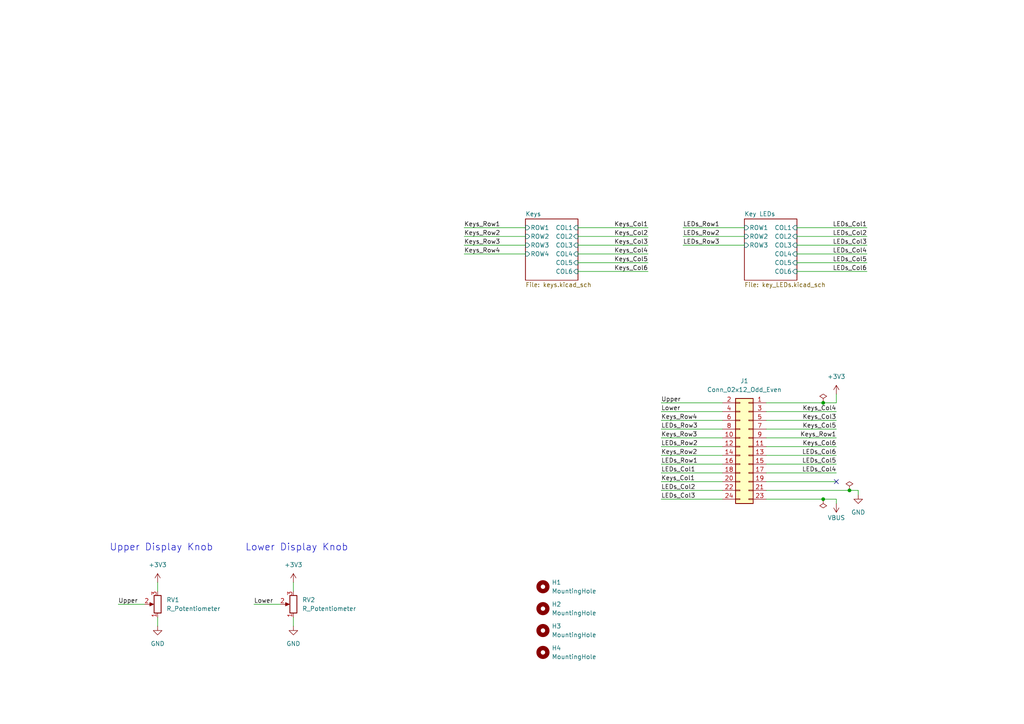
<source format=kicad_sch>
(kicad_sch (version 20231120) (generator "eeschema") (generator_version "8.0")
  (paper "A4")
  (lib_symbols
    (symbol "+3V3_1" (power) (pin_numbers hide) (pin_names (offset 0) hide)
      (property "Value" "+3V3" (at 0 3.556 0))
      (symbol "+3V3_1_0_1"
        (polyline (pts (xy -0.762 1.27) (xy 0 2.54)))
        (polyline (pts (xy 0 0) (xy 0 2.54)))
        (polyline (pts (xy 0 2.54) (xy 0.762 1.27)))
      )
      (symbol "+3V3_1_1_1"
        (pin power_in line (at 0 0 90) (length 0) (name "~") (number "1"))
      )
    )
    (symbol "+3V3_2" (power) (pin_numbers hide) (pin_names (offset 0) hide)
      (property "Value" "+3V3" (at 0 3.556 0))
      (symbol "+3V3_2_0_1"
        (polyline (pts (xy -0.762 1.27) (xy 0 2.54)))
        (polyline (pts (xy 0 0) (xy 0 2.54)))
        (polyline (pts (xy 0 2.54) (xy 0.762 1.27)))
      )
      (symbol "+3V3_2_1_1"
        (pin power_in line (at 0 0 90) (length 0) (name "~") (number "1"))
      )
    )
    (symbol "Connector_Generic:Conn_02x12_Odd_Even" (pin_names (offset 1.016) hide)
      (property "Reference" "J" (at 1.27 15.24 0))
      (property "Value" "Conn_02x12_Odd_Even" (at 1.27 -17.78 0))
      (symbol "Conn_02x12_Odd_Even_1_1"
        (rectangle (start -1.27 -15.113) (end 0 -15.367) (stroke (width 0.1524)))
        (rectangle (start -1.27 -12.573) (end 0 -12.827) (stroke (width 0.1524)))
        (rectangle (start -1.27 -10.033) (end 0 -10.287) (stroke (width 0.1524)))
        (rectangle (start -1.27 -7.493) (end 0 -7.747) (stroke (width 0.1524)))
        (rectangle (start -1.27 -4.953) (end 0 -5.207) (stroke (width 0.1524)))
        (rectangle (start -1.27 -2.413) (end 0 -2.667) (stroke (width 0.1524)))
        (rectangle (start -1.27 0.127) (end 0 -0.127) (stroke (width 0.1524)))
        (rectangle (start -1.27 2.667) (end 0 2.413) (stroke (width 0.1524)))
        (rectangle (start -1.27 5.207) (end 0 4.953) (stroke (width 0.1524)))
        (rectangle (start -1.27 7.747) (end 0 7.493) (stroke (width 0.1524)))
        (rectangle (start -1.27 10.287) (end 0 10.033) (stroke (width 0.1524)))
        (rectangle (start -1.27 12.827) (end 0 12.573) (stroke (width 0.1524)))
        (rectangle (start -1.27 13.97) (end 3.81 -16.51) (stroke (width 0.254)) (fill (type background)))
        (rectangle (start 3.81 -15.113) (end 2.54 -15.367) (stroke (width 0.1524)))
        (rectangle (start 3.81 -12.573) (end 2.54 -12.827) (stroke (width 0.1524)))
        (rectangle (start 3.81 -10.033) (end 2.54 -10.287) (stroke (width 0.1524)))
        (rectangle (start 3.81 -7.493) (end 2.54 -7.747) (stroke (width 0.1524)))
        (rectangle (start 3.81 -4.953) (end 2.54 -5.207) (stroke (width 0.1524)))
        (rectangle (start 3.81 -2.413) (end 2.54 -2.667) (stroke (width 0.1524)))
        (rectangle (start 3.81 0.127) (end 2.54 -0.127) (stroke (width 0.1524)))
        (rectangle (start 3.81 2.667) (end 2.54 2.413) (stroke (width 0.1524)))
        (rectangle (start 3.81 5.207) (end 2.54 4.953) (stroke (width 0.1524)))
        (rectangle (start 3.81 7.747) (end 2.54 7.493) (stroke (width 0.1524)))
        (rectangle (start 3.81 10.287) (end 2.54 10.033) (stroke (width 0.1524)))
        (rectangle (start 3.81 12.827) (end 2.54 12.573) (stroke (width 0.1524)))
        (pin passive line (at -5.08 12.7 0) (length 3.81) (name "Pin_1") (number "1"))
        (pin passive line (at 7.62 2.54 180) (length 3.81) (name "Pin_10") (number "10"))
        (pin passive line (at -5.08 0 0) (length 3.81) (name "Pin_11") (number "11"))
        (pin passive line (at 7.62 0 180) (length 3.81) (name "Pin_12") (number "12"))
        (pin passive line (at -5.08 -2.54 0) (length 3.81) (name "Pin_13") (number "13"))
        (pin passive line (at 7.62 -2.54 180) (length 3.81) (name "Pin_14") (number "14"))
        (pin passive line (at -5.08 -5.08 0) (length 3.81) (name "Pin_15") (number "15"))
        (pin passive line (at 7.62 -5.08 180) (length 3.81) (name "Pin_16") (number "16"))
        (pin passive line (at -5.08 -7.62 0) (length 3.81) (name "Pin_17") (number "17"))
        (pin passive line (at 7.62 -7.62 180) (length 3.81) (name "Pin_18") (number "18"))
        (pin passive line (at -5.08 -10.16 0) (length 3.81) (name "Pin_19") (number "19"))
        (pin passive line (at 7.62 12.7 180) (length 3.81) (name "Pin_2") (number "2"))
        (pin passive line (at 7.62 -10.16 180) (length 3.81) (name "Pin_20") (number "20"))
        (pin passive line (at -5.08 -12.7 0) (length 3.81) (name "Pin_21") (number "21"))
        (pin passive line (at 7.62 -12.7 180) (length 3.81) (name "Pin_22") (number "22"))
        (pin passive line (at -5.08 -15.24 0) (length 3.81) (name "Pin_23") (number "23"))
        (pin passive line (at 7.62 -15.24 180) (length 3.81) (name "Pin_24") (number "24"))
        (pin passive line (at -5.08 10.16 0) (length 3.81) (name "Pin_3") (number "3"))
        (pin passive line (at 7.62 10.16 180) (length 3.81) (name "Pin_4") (number "4"))
        (pin passive line (at -5.08 7.62 0) (length 3.81) (name "Pin_5") (number "5"))
        (pin passive line (at 7.62 7.62 180) (length 3.81) (name "Pin_6") (number "6"))
        (pin passive line (at -5.08 5.08 0) (length 3.81) (name "Pin_7") (number "7"))
        (pin passive line (at 7.62 5.08 180) (length 3.81) (name "Pin_8") (number "8"))
        (pin passive line (at -5.08 2.54 0) (length 3.81) (name "Pin_9") (number "9"))
      )
    )
    (symbol "Device:R_Potentiometer" (pin_names (offset 1.016) hide)
      (property "Reference" "RV" (at -4.445 0 90))
      (property "Value" "R_Potentiometer" (at -2.54 0 90))
      (symbol "R_Potentiometer_0_1"
        (polyline (pts (xy 2.54 0) (xy 1.524 0)))
        (polyline (pts (xy 1.143 0) (xy 2.286 0.508) (xy 2.286 -0.508) (xy 1.143 0)) (fill (type outline)))
        (rectangle (start 1.016 2.54) (end -1.016 -2.54) (stroke (width 0.254)))
      )
      (symbol "R_Potentiometer_1_1"
        (pin passive line (at 0 3.81 270) (length 1.27) (name "1") (number "1"))
        (pin passive line (at 3.81 0 180) (length 1.27) (name "2") (number "2"))
        (pin passive line (at 0 -3.81 90) (length 1.27) (name "3") (number "3"))
      )
    )
    (symbol "GND_1" (power) (pin_numbers hide) (pin_names (offset 0) hide)
      (property "Value" "GND" (at 0 -3.81 0))
      (symbol "GND_1_0_1"
        (polyline (pts (xy 0 0) (xy 0 -1.27) (xy 1.27 -1.27) (xy 0 -2.54) (xy -1.27 -1.27) (xy 0 -1.27)))
      )
      (symbol "GND_1_1_1"
        (pin power_in line (at 0 0 270) (length 0) (name "~") (number "1"))
      )
    )
    (symbol "Mechanical:MountingHole" (pin_names (offset 1.016))
      (property "Reference" "H" (at 0 5.08 0))
      (property "Value" "MountingHole" (at 0 3.175 0))
      (symbol "MountingHole_0_1"
        (circle (center 0 0) (radius 1.27) (stroke (width 1.27)))
      )
    )
    (symbol "PWR_FLAG_1" (power) (pin_numbers hide) (pin_names (offset 0) hide)
      (property "Value" "PWR_FLAG" (at 0 3.81 0))
      (symbol "PWR_FLAG_1_0_0"
        (pin power_out line (at 0 0 90) (length 0) (name "~") (number "1"))
      )
      (symbol "PWR_FLAG_1_0_1"
        (polyline (pts (xy 0 0) (xy 0 1.27) (xy -1.016 1.905) (xy 0 2.54) (xy 1.016 1.905) (xy 0 1.27)))
      )
    )
    (symbol "PWR_FLAG_2" (power) (pin_numbers hide) (pin_names (offset 0) hide)
      (property "Value" "PWR_FLAG" (at 0 3.81 0))
      (symbol "PWR_FLAG_2_0_0"
        (pin power_out line (at 0 0 90) (length 0) (name "~") (number "1"))
      )
      (symbol "PWR_FLAG_2_0_1"
        (polyline (pts (xy 0 0) (xy 0 1.27) (xy -1.016 1.905) (xy 0 2.54) (xy 1.016 1.905) (xy 0 1.27)))
      )
    )
    (symbol "power:+3V3" (power) (pin_numbers hide) (pin_names (offset 0) hide)
      (property "Value" "+3V3" (at 0 3.556 0))
      (symbol "+3V3_0_1"
        (polyline (pts (xy -0.762 1.27) (xy 0 2.54)))
        (polyline (pts (xy 0 0) (xy 0 2.54)))
        (polyline (pts (xy 0 2.54) (xy 0.762 1.27)))
      )
      (symbol "+3V3_1_1"
        (pin power_in line (at 0 0 90) (length 0) (name "~") (number "1"))
      )
    )
    (symbol "power:GND" (power) (pin_numbers hide) (pin_names (offset 0) hide)
      (property "Value" "GND" (at 0 -3.81 0))
      (symbol "GND_0_1"
        (polyline (pts (xy 0 0) (xy 0 -1.27) (xy 1.27 -1.27) (xy 0 -2.54) (xy -1.27 -1.27) (xy 0 -1.27)))
      )
      (symbol "GND_1_1"
        (pin power_in line (at 0 0 270) (length 0) (name "~") (number "1"))
      )
    )
    (symbol "power:PWR_FLAG" (power) (pin_numbers hide) (pin_names (offset 0) hide)
      (property "Value" "PWR_FLAG" (at 0 3.81 0))
      (symbol "PWR_FLAG_0_0"
        (pin power_out line (at 0 0 90) (length 0) (name "~") (number "1"))
      )
      (symbol "PWR_FLAG_0_1"
        (polyline (pts (xy 0 0) (xy 0 1.27) (xy -1.016 1.905) (xy 0 2.54) (xy 1.016 1.905) (xy 0 1.27)))
      )
    )
    (symbol "power:VBUS" (power) (pin_numbers hide) (pin_names (offset 0) hide)
      (property "Value" "VBUS" (at 0 3.556 0))
      (symbol "VBUS_0_1"
        (polyline (pts (xy -0.762 1.27) (xy 0 2.54)))
        (polyline (pts (xy 0 0) (xy 0 2.54)))
        (polyline (pts (xy 0 2.54) (xy 0.762 1.27)))
      )
      (symbol "VBUS_1_1"
        (pin power_in line (at 0 0 90) (length 0) (name "~") (number "1"))
      )
    )
  )
  (junction (at 246.38 142.24))
  (junction (at 238.76 144.78))
  (junction (at 238.76 116.84))
  (no_connect (at 242.57 139.7))
  (wire (pts (xy 134.62 71.12) (xy 152.4 71.12)))
  (wire (pts (xy 167.64 66.04) (xy 187.96 66.04)))
  (wire (pts (xy 231.14 73.66) (xy 251.46 73.66)))
  (wire (pts (xy 198.12 71.12) (xy 215.9 71.12)))
  (wire (pts (xy 222.25 132.08) (xy 242.57 132.08)))
  (wire (pts (xy 222.25 134.62) (xy 242.57 134.62)))
  (wire (pts (xy 34.29 175.26) (xy 41.91 175.26)))
  (wire (pts (xy 191.77 129.54) (xy 209.55 129.54)))
  (wire (pts (xy 191.77 127) (xy 209.55 127)))
  (wire (pts (xy 248.92 142.24) (xy 248.92 143.51)))
  (wire (pts (xy 85.09 168.91) (xy 85.09 171.45)))
  (wire (pts (xy 134.62 68.58) (xy 152.4 68.58)))
  (wire (pts (xy 167.64 73.66) (xy 187.96 73.66)))
  (wire (pts (xy 222.25 144.78) (xy 238.76 144.78)))
  (wire (pts (xy 198.12 66.04) (xy 215.9 66.04)))
  (wire (pts (xy 191.77 124.46) (xy 209.55 124.46)))
  (wire (pts (xy 242.57 114.3) (xy 242.57 116.84)))
  (wire (pts (xy 191.77 139.7) (xy 209.55 139.7)))
  (wire (pts (xy 231.14 66.04) (xy 251.46 66.04)))
  (wire (pts (xy 246.38 142.24) (xy 248.92 142.24)))
  (wire (pts (xy 222.25 124.46) (xy 242.57 124.46)))
  (wire (pts (xy 191.77 121.92) (xy 209.55 121.92)))
  (wire (pts (xy 222.25 129.54) (xy 242.57 129.54)))
  (wire (pts (xy 231.14 68.58) (xy 251.46 68.58)))
  (wire (pts (xy 45.72 179.07) (xy 45.72 181.61)))
  (wire (pts (xy 222.25 139.7) (xy 242.57 139.7)))
  (wire (pts (xy 191.77 132.08) (xy 209.55 132.08)))
  (wire (pts (xy 191.77 137.16) (xy 209.55 137.16)))
  (wire (pts (xy 85.09 179.07) (xy 85.09 181.61)))
  (wire (pts (xy 222.25 116.84) (xy 238.76 116.84)))
  (wire (pts (xy 222.25 119.38) (xy 242.57 119.38)))
  (wire (pts (xy 191.77 119.38) (xy 209.55 119.38)))
  (wire (pts (xy 222.25 137.16) (xy 242.57 137.16)))
  (wire (pts (xy 45.72 168.91) (xy 45.72 171.45)))
  (wire (pts (xy 222.25 142.24) (xy 246.38 142.24)))
  (wire (pts (xy 167.64 71.12) (xy 187.96 71.12)))
  (wire (pts (xy 134.62 73.66) (xy 152.4 73.66)))
  (wire (pts (xy 191.77 142.24) (xy 209.55 142.24)))
  (wire (pts (xy 231.14 71.12) (xy 251.46 71.12)))
  (wire (pts (xy 242.57 146.05) (xy 242.57 144.78)))
  (wire (pts (xy 231.14 76.2) (xy 251.46 76.2)))
  (wire (pts (xy 191.77 116.84) (xy 209.55 116.84)))
  (wire (pts (xy 73.66 175.26) (xy 81.28 175.26)))
  (wire (pts (xy 167.64 78.74) (xy 187.96 78.74)))
  (wire (pts (xy 191.77 134.62) (xy 209.55 134.62)))
  (wire (pts (xy 167.64 76.2) (xy 187.96 76.2)))
  (wire (pts (xy 238.76 144.78) (xy 242.57 144.78)))
  (wire (pts (xy 222.25 121.92) (xy 242.57 121.92)))
  (wire (pts (xy 191.77 144.78) (xy 209.55 144.78)))
  (wire (pts (xy 167.64 68.58) (xy 187.96 68.58)))
  (wire (pts (xy 134.62 66.04) (xy 152.4 66.04)))
  (wire (pts (xy 222.25 127) (xy 242.57 127)))
  (wire (pts (xy 198.12 68.58) (xy 215.9 68.58)))
  (wire (pts (xy 231.14 78.74) (xy 251.46 78.74)))
  (wire (pts (xy 238.76 116.84) (xy 242.57 116.84)))
  (text "Lower Display Knob" (at 71.12 160.02 0) (effects (font (size 2 2)) (justify left bottom)))
  (text "Upper Display Knob" (at 31.75 160.02 0) (effects (font (size 2 2)) (justify left bottom)))
  (label "Keys_Row4" (at 134.62 73.66 0))
  (label "LEDs_Col6" (at 251.46 78.74 180))
  (label "Keys_Row1" (at 242.57 127 180))
  (label "Keys_Col2" (at 187.96 68.58 180))
  (label "Keys_Col3" (at 187.96 71.12 180))
  (label "Lower" (at 73.66 175.26 0))
  (label "LEDs_Row3" (at 198.12 71.12 0))
  (label "Keys_Col5" (at 187.96 76.2 180))
  (label "LEDs_Col5" (at 251.46 76.2 180))
  (label "LEDs_Col5" (at 242.57 134.62 180))
  (label "Keys_Col4" (at 187.96 73.66 180))
  (label "LEDs_Row2" (at 198.12 68.58 0))
  (label "Keys_Col6" (at 242.57 129.54 180))
  (label "LEDs_Col1" (at 191.77 137.16 0))
  (label "Keys_Row2" (at 134.62 68.58 0))
  (label "LEDs_Row2" (at 191.77 129.54 0))
  (label "Lower" (at 191.77 119.38 0))
  (label "Keys_Col6" (at 187.96 78.74 180))
  (label "Keys_Row1" (at 134.62 66.04 0))
  (label "Keys_Col5" (at 242.57 124.46 180))
  (label "LEDs_Col6" (at 242.57 132.08 180))
  (label "LEDs_Col4" (at 242.57 137.16 180))
  (label "LEDs_Col1" (at 251.46 66.04 180))
  (label "Keys_Col3" (at 242.57 121.92 180))
  (label "LEDs_Col4" (at 251.46 73.66 180))
  (label "Keys_Row3" (at 191.77 127 0))
  (label "LEDs_Col2" (at 251.46 68.58 180))
  (label "Keys_Row4" (at 191.77 121.92 0))
  (label "Upper" (at 34.29 175.26 0))
  (label "Keys_Col1" (at 187.96 66.04 180))
  (label "Keys_Row2" (at 191.77 132.08 0))
  (label "LEDs_Col2" (at 191.77 142.24 0))
  (label "LEDs_Row1" (at 191.77 134.62 0))
  (label "Upper" (at 191.77 116.84 0))
  (label "Keys_Col1" (at 191.77 139.7 0))
  (label "LEDs_Col3" (at 191.77 144.78 0))
  (label "Keys_Row3" (at 134.62 71.12 0))
  (label "LEDs_Row3" (at 191.77 124.46 0))
  (label "LEDs_Row1" (at 198.12 66.04 0))
  (label "Keys_Col4" (at 242.57 119.38 180))
  (label "LEDs_Col3" (at 251.46 71.12 180))
  (symbol (lib_name "PWR_FLAG_1") (lib_id "power:PWR_FLAG") (at 238.76 144.78 180) (unit 1)
    (property "Reference" "#FLG02" (effects (hide yes)))
    (property "Value" "PWR_FLAG" (effects (hide yes)))
    (property "Description" "Special symbol for telling ERC where power comes from" (effects (hide yes)))
  )
  (symbol (lib_id "power:VBUS") (at 242.57 146.05 180) (unit 1)
    (property "Reference" "#PWR08" (effects (hide yes)))
    (property "Value" "VBUS" (at 242.57 150.1831 0))
    (property "Description" "Power symbol creates a global label with name \"VBUS\"" (effects (hide yes)))
  )
  (symbol (lib_id "Mechanical:MountingHole") (at 157.48 176.53 0) (unit 1) (in_bom no)
    (property "Reference" "H2" (at 160.02 175.26 0) (effects (justify left)))
    (property "Value" "MountingHole" (at 160.02 177.8 0) (effects (justify left)))
    (property "Footprint" "MountingHole:MountingHole_2.2mm_M2" (effects (hide yes)))
  )
  (symbol (lib_id "Mechanical:MountingHole") (at 157.48 182.88 0) (unit 1) (in_bom no)
    (property "Reference" "H3" (at 160.02 181.61 0) (effects (justify left)))
    (property "Value" "MountingHole" (at 160.02 184.15 0) (effects (justify left)))
    (property "Footprint" "MountingHole:MountingHole_2.2mm_M2" (effects (hide yes)))
  )
  (symbol (lib_name "+3V3_1") (lib_id "power:+3V3") (at 85.09 168.91 0) (unit 1)
    (property "Reference" "#PWR04" (effects (hide yes)))
    (property "Value" "+3V3" (at 85.09 163.83 0))
    (property "Description" "Power symbol creates a global label with name \"+3V3\"" (effects (hide yes)))
  )
  (symbol (lib_id "Connector_Generic:Conn_02x12_Odd_Even") (at 217.17 129.54 0) (mirror y) (unit 1)
    (property "Reference" "J1" (at 215.9 110.49 0))
    (property "Value" "Conn_02x12_Odd_Even" (at 215.9 113.03 0))
    (property "Footprint" "Connector_IDC:IDC-Header_2x12_P2.54mm_Vertical" (effects (hide yes)))
  )
  (symbol (lib_id "power:PWR_FLAG") (at 238.76 116.84 0) (unit 1)
    (property "Reference" "#FLG01" (effects (hide yes)))
    (property "Value" "PWR_FLAG" (effects (hide yes)))
    (property "Description" "Special symbol for telling ERC where power comes from" (effects (hide yes)))
  )
  (symbol (lib_id "Mechanical:MountingHole") (at 157.48 170.18 0) (unit 1) (in_bom no)
    (property "Reference" "H1" (at 160.02 168.91 0) (effects (justify left)))
    (property "Value" "MountingHole" (at 160.02 171.45 0) (effects (justify left)))
    (property "Footprint" "MountingHole:MountingHole_2.2mm_M2" (effects (hide yes)))
  )
  (symbol (lib_id "Device:R_Potentiometer") (at 45.72 175.26 180) (unit 1)
    (property "Reference" "RV1" (at 48.26 173.99 0) (effects (justify right)))
    (property "Value" "R_Potentiometer" (at 48.26 176.53 0) (effects (justify right)))
    (property "Footprint" "NiasStuff:Potentiometer_Alps_RK09L_Double_Vertical" (effects (hide yes)))
    (property "Datasheet" "https://datasheet.lcsc.com/lcsc/1912111437_ALPSALPINE-RK09L1240A12_C380211.pdf" (effects (hide yes)))
    (property "Manufracturer" "ALPSALPINE" (effects (hide yes)))
    (property "Manufracturer Part Number" "RK09L1240A12" (effects (hide yes)))
    (property "JLCPCB Part" "C380211" (effects (hide yes)))
  )
  (symbol (lib_id "power:GND") (at 85.09 181.61 0) (unit 1)
    (property "Reference" "#PWR05" (effects (hide yes)))
    (property "Value" "GND" (at 85.09 186.69 0))
    (property "Description" "Power symbol creates a global label with name \"GND\" , ground" (effects (hide yes)))
  )
  (symbol (lib_name "GND_1") (lib_id "power:GND") (at 248.92 143.51 0) (unit 1)
    (property "Reference" "#PWR09" (effects (hide yes)))
    (property "Value" "GND" (at 248.92 148.59 0))
    (property "Description" "Power symbol creates a global label with name \"GND\" , ground" (effects (hide yes)))
  )
  (symbol (lib_id "power:+3V3") (at 242.57 114.3 0) (unit 1)
    (property "Reference" "#PWR07" (effects (hide yes)))
    (property "Value" "+3V3" (at 242.57 109.22 0))
    (property "Description" "Power symbol creates a global label with name \"+3V3\"" (effects (hide yes)))
  )
  (symbol (lib_name "+3V3_2") (lib_id "power:+3V3") (at 45.72 168.91 0) (unit 1)
    (property "Reference" "#PWR02" (effects (hide yes)))
    (property "Value" "+3V3" (at 45.72 163.83 0))
    (property "Description" "Power symbol creates a global label with name \"+3V3\"" (effects (hide yes)))
  )
  (symbol (lib_id "Device:R_Potentiometer") (at 85.09 175.26 180) (unit 1)
    (property "Reference" "RV2" (at 87.63 173.99 0) (effects (justify right)))
    (property "Value" "R_Potentiometer" (at 87.63 176.53 0) (effects (justify right)))
    (property "Footprint" "NiasStuff:Potentiometer_Alps_RK09L_Double_Vertical" (effects (hide yes)))
    (property "Datasheet" "https://datasheet.lcsc.com/lcsc/1912111437_ALPSALPINE-RK09L1240A12_C380211.pdf" (effects (hide yes)))
    (property "Manufracturer" "ALPSALPINE" (effects (hide yes)))
    (property "Manufracturer Part Number" "RK09L1240A12" (effects (hide yes)))
    (property "JLCPCB Part" "C380211" (effects (hide yes)))
  )
  (symbol (lib_id "Mechanical:MountingHole") (at 157.48 189.23 0) (unit 1) (in_bom no)
    (property "Reference" "H4" (at 160.02 187.96 0) (effects (justify left)))
    (property "Value" "MountingHole" (at 160.02 190.5 0) (effects (justify left)))
    (property "Footprint" "MountingHole:MountingHole_2.2mm_M2" (effects (hide yes)))
  )
  (symbol (lib_name "PWR_FLAG_2") (lib_id "power:PWR_FLAG") (at 246.38 142.24 0) (unit 1)
    (property "Reference" "#FLG03" (effects (hide yes)))
    (property "Value" "PWR_FLAG" (effects (hide yes)))
    (property "Description" "Special symbol for telling ERC where power comes from" (effects (hide yes)))
  )
  (symbol (lib_id "power:GND") (at 45.72 181.61 0) (unit 1)
    (property "Reference" "#PWR03" (effects (hide yes)))
    (property "Value" "GND" (at 45.72 186.69 0))
    (property "Description" "Power symbol creates a global label with name \"GND\" , ground" (effects (hide yes)))
  )
  (sheet (at 152.4 63.5) (size 15.24 17.78) (stroke (width 0.1524))
    (property "Sheetname" "Keys" (at 152.4 62.7884 0) (effects (justify left bottom)))
    (property "Sheetfile" "keys.kicad_sch" (at 152.4 81.8646 0) (effects (justify left top)))
    (pin "COL6" input (at 167.64 78.74 0))
    (pin "COL5" input (at 167.64 76.2 0))
    (pin "COL4" input (at 167.64 73.66 0))
    (pin "COL3" input (at 167.64 71.12 0))
    (pin "COL2" input (at 167.64 68.58 0))
    (pin "COL1" input (at 167.64 66.04 0))
    (pin "ROW1" input (at 152.4 66.04 180))
    (pin "ROW2" input (at 152.4 68.58 180))
    (pin "ROW3" input (at 152.4 71.12 180))
    (pin "ROW4" input (at 152.4 73.66 180))
  )
  (sheet (at 215.9 63.5) (size 15.24 17.78) (stroke (width 0.1524))
    (property "Sheetname" "Key LEDs" (at 215.9 62.7884 0) (effects (justify left bottom)))
    (property "Sheetfile" "key_LEDs.kicad_sch" (at 215.9 81.8646 0) (effects (justify left top)))
    (pin "ROW2" input (at 215.9 68.58 180))
    (pin "ROW3" input (at 215.9 71.12 180))
    (pin "ROW1" input (at 215.9 66.04 180))
    (pin "COL3" input (at 231.14 71.12 0))
    (pin "COL2" input (at 231.14 68.58 0))
    (pin "COL1" input (at 231.14 66.04 0))
    (pin "COL4" input (at 231.14 73.66 0))
    (pin "COL6" input (at 231.14 78.74 0))
    (pin "COL5" input (at 231.14 76.2 0))
  )
)
</source>
